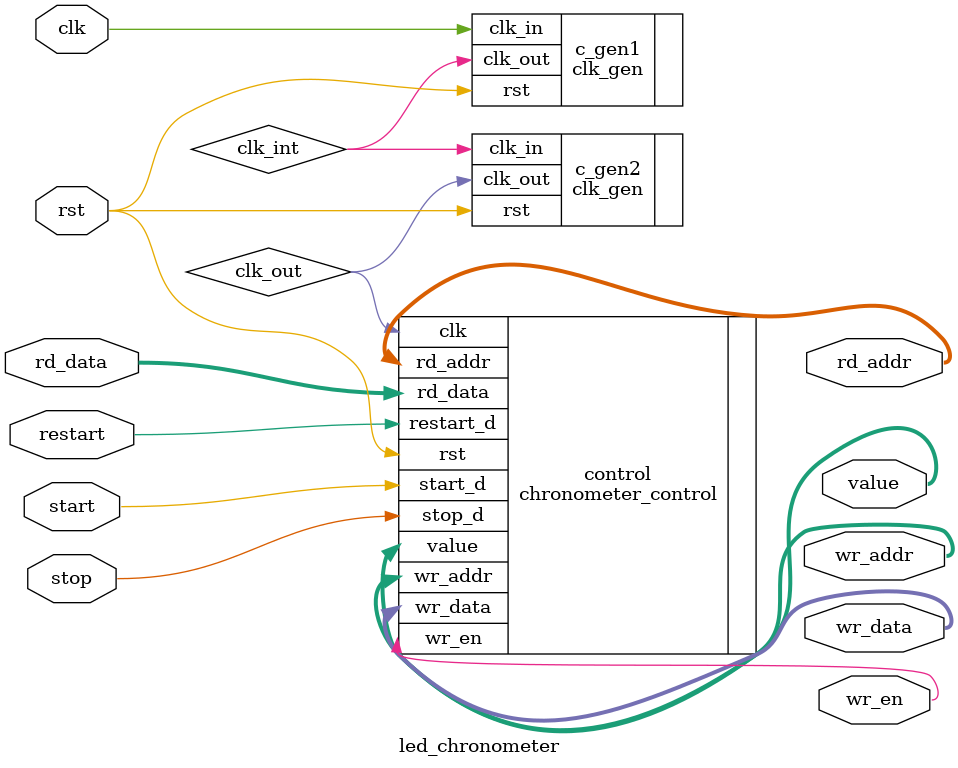
<source format=v>
module led_chronometer #( parameter CLK_FPGA = 100000000, parameter CLK_DIV = 5000000, parameter ADDR_SIZE = 4, parameter DATA_SIZE = 16) (
											  input 	rst,
											  input 	clk,
											  input 	start,
											  input 	stop,
											  input 	restart,

											  output [15:0] value,
											  
											  output [ADDR_SIZE-1 : 0]  rd_addr,
											 input  [DATA_SIZE-1 : 0] rd_data,
											 output [ADDR_SIZE-1 : 0]  wr_addr,
											 output [DATA_SIZE-1 : 0]      wr_data,
											 output 			      wr_en
											  );

   wire 			     blink;
   wire 			     clk_out,clk_int;
   
   clk_gen #( .FREQ_IN(CLK_FPGA), .FREQ_OUT(CLK_DIV<<2)) c_gen1 (
		  .clk_in(clk),
		  .rst(rst),
		  .clk_out(clk_int)
		  );
   clk_gen #( .FREQ_IN(CLK_DIV<<2), .FREQ_OUT(CLK_DIV)) c_gen2 ( //just for nexys3
		  .clk_in(clk_int),
		  .rst(rst),
		  .clk_out(clk_out)
		  );
   
   /*counter_top #( .SIZE(32), .VALUE(CLK_DIV)) count (
		  .clk(clk_out),
		  .rst(rst),
		  .valued_reached(blink),
		  .start(start),
		  .stop(stop)
		  );*/
   chronometer_control #( .SIZE(32), .VALUE(CLK_DIV), .DATA_SIZE(DATA_SIZE), .ADDR_SIZE(ADDR_SIZE)) control (
				.clk(clk_out),
				.rst(rst),
				.start_d(start),
				.stop_d(stop),
				.restart_d(restart),
				.value(value),
				.wr_data(wr_data),
			  .rd_data(rd_data),
			  .rd_addr(rd_addr),
			  .wr_addr(wr_addr),
			  .wr_en(wr_en)
				);


endmodule // led_chronometer

</source>
